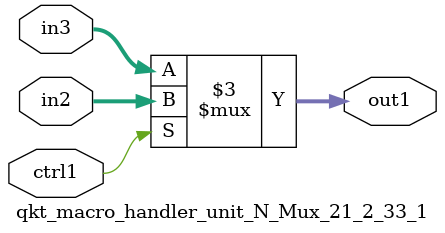
<source format=v>

`timescale 1ps / 1ps


module qkt_macro_handler_unit_N_Mux_21_2_33_1( in3, in2, ctrl1, out1 );

    input [20:0] in3;
    input [20:0] in2;
    input ctrl1;
    output [20:0] out1;
    reg [20:0] out1;

    
    // rtl_process:qkt_macro_handler_unit_N_Mux_21_2_33_1/qkt_macro_handler_unit_N_Mux_21_2_33_1_thread_1
    always @*
      begin : qkt_macro_handler_unit_N_Mux_21_2_33_1_thread_1
        case (ctrl1) 
          1'b1: 
            begin
              out1 = in2;
            end
          default: 
            begin
              out1 = in3;
            end
        endcase
      end

endmodule


</source>
